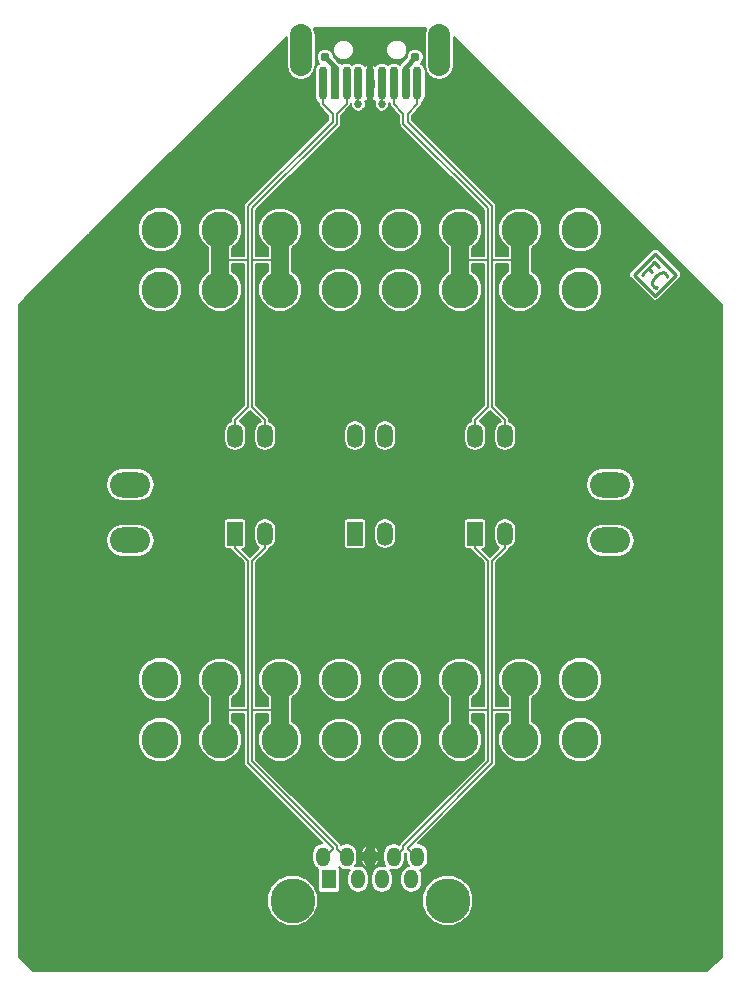
<source format=gtl>
%TF.GenerationSoftware,KiCad,Pcbnew,4.0.1-stable*%
%TF.CreationDate,2016-02-23T23:31:04-05:00*%
%TF.ProjectId,USB Breakout v3.0,55534220427265616B6F75742076332E,3.0.1*%
%TF.FileFunction,Copper,L1,Top,Signal*%
%FSLAX46Y46*%
G04 Gerber Fmt 4.6, Leading zero omitted, Abs format (unit mm)*
G04 Created by KiCad (PCBNEW 4.0.1-stable) date 2016-02-23 23:31:04*
%MOMM*%
G01*
G04 APERTURE LIST*
%ADD10C,0.025400*%
%ADD11C,0.254000*%
%ADD12O,3.400000X2.150000*%
%ADD13R,1.350000X2.025000*%
%ADD14O,1.350000X2.025000*%
%ADD15R,0.740000X2.780000*%
%ADD16O,0.740000X2.780000*%
%ADD17O,1.900000X4.400000*%
%ADD18R,1.200000X1.620000*%
%ADD19O,1.200000X1.620000*%
%ADD20C,3.800000*%
%ADD21C,3.124200*%
%ADD22C,0.787400*%
%ADD23C,0.685800*%
%ADD24C,0.381000*%
%ADD25C,0.152400*%
%ADD26C,1.524000*%
G04 APERTURE END LIST*
D10*
D11*
X54308520Y59965821D02*
X54039112Y60235229D01*
X53474639Y59670756D02*
X54552269Y60748386D01*
X54937138Y60363518D01*
X54731874Y58618783D02*
X54642072Y58605955D01*
X54475295Y58670099D01*
X54398321Y58747073D01*
X54334178Y58913849D01*
X54359835Y59093455D01*
X54423980Y59234573D01*
X54590756Y59478322D01*
X54744703Y59632270D01*
X54988453Y59799045D01*
X55129571Y59863191D01*
X55309177Y59888848D01*
X55475952Y59824703D01*
X55552926Y59747730D01*
X55617071Y59580954D01*
X55604243Y59491151D01*
X54610000Y61486051D02*
X56406051Y59690000D01*
X56406051Y59690000D02*
X54610000Y57893949D01*
X54610000Y57893949D02*
X52813949Y59690000D01*
X52813949Y59690000D02*
X54610000Y61486051D01*
D12*
X10160000Y41910000D03*
X10160000Y37210000D03*
X50800000Y41910000D03*
X50800000Y37210000D03*
D13*
X29210000Y37762500D03*
D14*
X31750000Y37762500D03*
X31750000Y46057500D03*
X29210000Y46057500D03*
D13*
X39370000Y37762500D03*
D14*
X41910000Y37762500D03*
X41910000Y46057500D03*
X39370000Y46057500D03*
D13*
X19050000Y37762500D03*
D14*
X21590000Y37762500D03*
X21590000Y46057500D03*
X19050000Y46057500D03*
D15*
X27480000Y75890000D03*
D16*
X29480000Y75890000D03*
X31480000Y75890000D03*
X33480000Y75890000D03*
X34480000Y75890000D03*
X32480000Y75890000D03*
X30480000Y75890000D03*
X28480000Y75890000D03*
X26480000Y75890000D03*
D17*
X24630000Y78730000D03*
X36330000Y78730000D03*
D18*
X26980000Y8500000D03*
D19*
X29480000Y8500000D03*
X31480000Y8500000D03*
X33980000Y8500000D03*
X34480000Y10420000D03*
X32480000Y10420000D03*
X30480000Y10420000D03*
X28480000Y10420000D03*
X26480000Y10420000D03*
D20*
X37050000Y6710000D03*
X23910000Y6710000D03*
D21*
X12700000Y20320000D03*
X12700000Y25400000D03*
X27940000Y20320000D03*
X27940000Y25400000D03*
X33020000Y20320000D03*
X33020000Y25400000D03*
X48260000Y20320000D03*
X48260000Y25400000D03*
X43180000Y20320000D03*
X43180000Y25400000D03*
X38100000Y20320000D03*
X38100000Y25400000D03*
X22860000Y20320000D03*
X22860000Y25400000D03*
X17780000Y20320000D03*
X17780000Y25400000D03*
X12700000Y58420000D03*
X12700000Y63500000D03*
X27940000Y58420000D03*
X27940000Y63500000D03*
X33020000Y58420000D03*
X33020000Y63500000D03*
X48260000Y58420000D03*
X48260000Y63500000D03*
X43180000Y58420000D03*
X43180000Y63500000D03*
X38100000Y58420000D03*
X38100000Y63500000D03*
X22860000Y58420000D03*
X22860000Y63500000D03*
X17780000Y58420000D03*
X17780000Y63500000D03*
D22*
X26670000Y78105000D03*
D23*
X29480000Y74130000D03*
X31480000Y74130000D03*
D22*
X34290000Y78105000D03*
D24*
X27480000Y77295000D02*
X26670000Y78105000D01*
X27480000Y75890000D02*
X27480000Y77295000D01*
D25*
X29480000Y75890000D02*
X29480000Y74130000D01*
X29480000Y75890000D02*
X29480000Y76910000D01*
X31480000Y75890000D02*
X31480000Y74130000D01*
X31480000Y75890000D02*
X31480000Y76910000D01*
D24*
X33480000Y77295000D02*
X34290000Y78105000D01*
X33480000Y75890000D02*
X33480000Y77295000D01*
D25*
X40817800Y60960000D02*
X40817800Y48499700D01*
X40817800Y65478646D02*
X40817800Y60960000D01*
D26*
X43180000Y58420000D02*
X43180000Y60960000D01*
X43180000Y60960000D02*
X43180000Y63500000D01*
D25*
X40817800Y60960000D02*
X43180000Y60960000D01*
X33657800Y72638646D02*
X40817800Y65478646D01*
X40817800Y48499700D02*
X41910000Y47407500D01*
X41910000Y47407500D02*
X41910000Y45720000D01*
X34480000Y75890000D02*
X34480000Y74130000D01*
X34480000Y74130000D02*
X33657800Y73307800D01*
X33657800Y73307800D02*
X33657800Y72638646D01*
X40462200Y60960000D02*
X40462200Y48499700D01*
X40462200Y65331354D02*
X40462200Y60960000D01*
D26*
X38100000Y60960000D02*
X38100000Y58420000D01*
X38100000Y63500000D02*
X38100000Y60960000D01*
D25*
X40462200Y60960000D02*
X38100000Y60960000D01*
X33302200Y72491354D02*
X40462200Y65331354D01*
X40462200Y48499700D02*
X39370000Y47407500D01*
X39370000Y47407500D02*
X39370000Y45720000D01*
X32480000Y75890000D02*
X32480000Y74130000D01*
X32480000Y74130000D02*
X33302200Y73307800D01*
X33302200Y73307800D02*
X33302200Y72491354D01*
X20497800Y60960000D02*
X20497800Y48499700D01*
D26*
X22860000Y60960000D02*
X22860000Y58420000D01*
D25*
X20497800Y65331354D02*
X20497800Y60960000D01*
D26*
X22860000Y63500000D02*
X22860000Y60960000D01*
D25*
X20497800Y60960000D02*
X22860000Y60960000D01*
X27657800Y72491354D02*
X20497800Y65331354D01*
X21590000Y47407500D02*
X21590000Y45720000D01*
X20497800Y48499700D02*
X21590000Y47407500D01*
X28480000Y74130000D02*
X27657800Y73307800D01*
X28480000Y75890000D02*
X28480000Y74130000D01*
X27657800Y73307800D02*
X27657800Y72491354D01*
X20142200Y60960000D02*
X20142200Y48499700D01*
X20142200Y65478646D02*
X20142200Y60960000D01*
X20142200Y60960000D02*
X17780000Y60960000D01*
D26*
X17780000Y63500000D02*
X17780000Y60960000D01*
X17780000Y60960000D02*
X17780000Y58420000D01*
D25*
X27302200Y72638646D02*
X20142200Y65478646D01*
X20142200Y48499700D02*
X19050000Y47407500D01*
X19050000Y47407500D02*
X19050000Y45720000D01*
X26480000Y75890000D02*
X26480000Y74130000D01*
X26480000Y74130000D02*
X27302200Y73307800D01*
X27302200Y73307800D02*
X27302200Y72638646D01*
X40817800Y22860000D02*
X40817800Y35489050D01*
X40817800Y18341354D02*
X40817800Y22860000D01*
D26*
X43180000Y20320000D02*
X43180000Y22860000D01*
X43180000Y22860000D02*
X43180000Y25400000D01*
D25*
X40817800Y22860000D02*
X43180000Y22860000D01*
X40817800Y35489050D02*
X41910000Y36581250D01*
X33657799Y11181353D02*
X40817800Y18341354D01*
X41910000Y36581250D02*
X41910000Y38100000D01*
X34480000Y10210000D02*
X33657799Y11032201D01*
X33657799Y11032201D02*
X33657799Y11181353D01*
X40462200Y22860000D02*
X40462200Y35489050D01*
X40462200Y18488646D02*
X40462200Y22860000D01*
D26*
X38100000Y25400000D02*
X38100000Y22860000D01*
X38100000Y22860000D02*
X38100000Y20320000D01*
D25*
X40462200Y22860000D02*
X38100000Y22860000D01*
X33302201Y11328647D02*
X40462200Y18488646D01*
X40462200Y35489050D02*
X39370000Y36581250D01*
X39370000Y36581250D02*
X39370000Y38100000D01*
X32480000Y10210000D02*
X33302201Y11032201D01*
X33302201Y11032201D02*
X33302201Y11328647D01*
X20497800Y22860000D02*
X20497800Y35489050D01*
X20497800Y18488646D02*
X20497800Y22860000D01*
D26*
X22860000Y20320000D02*
X22860000Y22860000D01*
X22860000Y22860000D02*
X22860000Y25400000D01*
D25*
X20497800Y22860000D02*
X22860000Y22860000D01*
X27657799Y11032201D02*
X27657799Y11328647D01*
X20497800Y35489050D02*
X21590000Y36581250D01*
X28480000Y10210000D02*
X27657799Y11032201D01*
X27657799Y11328647D02*
X20497800Y18488646D01*
X21590000Y36581250D02*
X21590000Y38100000D01*
X20142200Y22860000D02*
X20142200Y35489050D01*
X20142200Y18341354D02*
X20142200Y22860000D01*
D26*
X17780000Y25400000D02*
X17780000Y22860000D01*
X17780000Y22860000D02*
X17780000Y20320000D01*
D25*
X20142200Y22860000D02*
X17780000Y22860000D01*
X26480000Y10210000D02*
X27302201Y11032201D01*
X27302201Y11032201D02*
X27302201Y11181353D01*
X27302201Y11181353D02*
X20142200Y18341354D01*
X20142200Y35489050D02*
X19050000Y36581250D01*
X19050000Y36581250D02*
X19050000Y38100000D01*
G36*
X35194183Y80499045D02*
X35100600Y80028574D01*
X35100600Y77431426D01*
X35194183Y76960955D01*
X35460683Y76562109D01*
X35859529Y76295609D01*
X36330000Y76202026D01*
X36800471Y76295609D01*
X37199317Y76562109D01*
X37465817Y76960955D01*
X37559400Y77431426D01*
X37559400Y79807836D01*
X60248800Y57118436D01*
X60248800Y1936564D01*
X59023436Y711200D01*
X1936564Y711200D01*
X711200Y1936564D01*
X711200Y6278392D01*
X21730222Y6278392D01*
X22061317Y5477082D01*
X22673857Y4863472D01*
X23474589Y4530979D01*
X24341608Y4530222D01*
X25142918Y4861317D01*
X25756528Y5473857D01*
X26089021Y6274589D01*
X26089024Y6278392D01*
X34870222Y6278392D01*
X35201317Y5477082D01*
X35813857Y4863472D01*
X36614589Y4530979D01*
X37481608Y4530222D01*
X38282918Y4861317D01*
X38896528Y5473857D01*
X39229021Y6274589D01*
X39229778Y7141608D01*
X38898683Y7942918D01*
X38286143Y8556528D01*
X37485411Y8889021D01*
X36618392Y8889778D01*
X35817082Y8558683D01*
X35203472Y7946143D01*
X34870979Y7145411D01*
X34870222Y6278392D01*
X26089024Y6278392D01*
X26089778Y7141608D01*
X25758683Y7942918D01*
X25146143Y8556528D01*
X24345411Y8889021D01*
X23478392Y8889778D01*
X22677082Y8558683D01*
X22063472Y7946143D01*
X21730979Y7145411D01*
X21730222Y6278392D01*
X711200Y6278392D01*
X711200Y19945250D01*
X10807373Y19945250D01*
X11094851Y19249499D01*
X11626699Y18716722D01*
X12321947Y18428030D01*
X13074750Y18427373D01*
X13770501Y18714851D01*
X14303278Y19246699D01*
X14591970Y19941947D01*
X14592627Y20694750D01*
X14305149Y21390501D01*
X13773301Y21923278D01*
X13078053Y22211970D01*
X12325250Y22212627D01*
X11629499Y21925149D01*
X11096722Y21393301D01*
X10808030Y20698053D01*
X10807373Y19945250D01*
X711200Y19945250D01*
X711200Y25025250D01*
X10807373Y25025250D01*
X11094851Y24329499D01*
X11626699Y23796722D01*
X12321947Y23508030D01*
X13074750Y23507373D01*
X13770501Y23794851D01*
X14303278Y24326699D01*
X14591970Y25021947D01*
X14591981Y25035310D01*
X15938181Y25035310D01*
X16217942Y24358237D01*
X16735512Y23839763D01*
X16738600Y23838481D01*
X16738600Y21882208D01*
X16738237Y21882058D01*
X16219763Y21364488D01*
X15938820Y20687904D01*
X15938181Y19955310D01*
X16217942Y19278237D01*
X16735512Y18759763D01*
X17412096Y18478820D01*
X18144690Y18478181D01*
X18821763Y18757942D01*
X19340237Y19275512D01*
X19621180Y19952096D01*
X19621819Y20684690D01*
X19342058Y21361763D01*
X18824488Y21880237D01*
X18821400Y21881519D01*
X18821400Y22504400D01*
X19786600Y22504400D01*
X19786600Y18341354D01*
X19813668Y18205271D01*
X19890753Y18089907D01*
X26411706Y11568953D01*
X26124028Y11511731D01*
X25822249Y11310089D01*
X25620607Y11008310D01*
X25549800Y10652338D01*
X25549800Y10187662D01*
X25620607Y9831690D01*
X25822249Y9529911D01*
X26056207Y9373585D01*
X26043331Y9310000D01*
X26043331Y7690000D01*
X26066356Y7567635D01*
X26138673Y7455251D01*
X26249017Y7379856D01*
X26380000Y7353331D01*
X27580000Y7353331D01*
X27702365Y7376356D01*
X27814749Y7448673D01*
X27890144Y7559017D01*
X27916669Y7690000D01*
X27916669Y9310000D01*
X27893644Y9432365D01*
X27837381Y9519800D01*
X28124028Y9328269D01*
X28480000Y9257462D01*
X28772507Y9315645D01*
X28620607Y9088310D01*
X28549800Y8732338D01*
X28549800Y8267662D01*
X28620607Y7911690D01*
X28822249Y7609911D01*
X29124028Y7408269D01*
X29480000Y7337462D01*
X29835972Y7408269D01*
X30137751Y7609911D01*
X30339393Y7911690D01*
X30410200Y8267662D01*
X30410200Y8732338D01*
X30549800Y8732338D01*
X30549800Y8267662D01*
X30620607Y7911690D01*
X30822249Y7609911D01*
X31124028Y7408269D01*
X31480000Y7337462D01*
X31835972Y7408269D01*
X32137751Y7609911D01*
X32339393Y7911690D01*
X32410200Y8267662D01*
X32410200Y8732338D01*
X32339393Y9088310D01*
X32187493Y9315645D01*
X32480000Y9257462D01*
X32835972Y9328269D01*
X33137751Y9529911D01*
X33339393Y9831690D01*
X33410200Y10187662D01*
X33410200Y10637306D01*
X33480000Y10707106D01*
X33549800Y10637306D01*
X33549800Y10187662D01*
X33620607Y9831690D01*
X33762534Y9619281D01*
X33624028Y9591731D01*
X33322249Y9390089D01*
X33120607Y9088310D01*
X33049800Y8732338D01*
X33049800Y8267662D01*
X33120607Y7911690D01*
X33322249Y7609911D01*
X33624028Y7408269D01*
X33980000Y7337462D01*
X34335972Y7408269D01*
X34637751Y7609911D01*
X34839393Y7911690D01*
X34910200Y8267662D01*
X34910200Y8732338D01*
X34839393Y9088310D01*
X34697466Y9300719D01*
X34835972Y9328269D01*
X35137751Y9529911D01*
X35339393Y9831690D01*
X35410200Y10187662D01*
X35410200Y10652338D01*
X35339393Y11008310D01*
X35137751Y11310089D01*
X34835972Y11511731D01*
X34548294Y11568954D01*
X41069248Y18089907D01*
X41146332Y18205272D01*
X41173400Y18341354D01*
X41173400Y22504400D01*
X42138600Y22504400D01*
X42138600Y21882208D01*
X42138237Y21882058D01*
X41619763Y21364488D01*
X41338820Y20687904D01*
X41338181Y19955310D01*
X41617942Y19278237D01*
X42135512Y18759763D01*
X42812096Y18478820D01*
X43544690Y18478181D01*
X44221763Y18757942D01*
X44740237Y19275512D01*
X45018337Y19945250D01*
X46367373Y19945250D01*
X46654851Y19249499D01*
X47186699Y18716722D01*
X47881947Y18428030D01*
X48634750Y18427373D01*
X49330501Y18714851D01*
X49863278Y19246699D01*
X50151970Y19941947D01*
X50152627Y20694750D01*
X49865149Y21390501D01*
X49333301Y21923278D01*
X48638053Y22211970D01*
X47885250Y22212627D01*
X47189499Y21925149D01*
X46656722Y21393301D01*
X46368030Y20698053D01*
X46367373Y19945250D01*
X45018337Y19945250D01*
X45021180Y19952096D01*
X45021819Y20684690D01*
X44742058Y21361763D01*
X44224488Y21880237D01*
X44221400Y21881519D01*
X44221400Y23837792D01*
X44221763Y23837942D01*
X44740237Y24355512D01*
X45018337Y25025250D01*
X46367373Y25025250D01*
X46654851Y24329499D01*
X47186699Y23796722D01*
X47881947Y23508030D01*
X48634750Y23507373D01*
X49330501Y23794851D01*
X49863278Y24326699D01*
X50151970Y25021947D01*
X50152627Y25774750D01*
X49865149Y26470501D01*
X49333301Y27003278D01*
X48638053Y27291970D01*
X47885250Y27292627D01*
X47189499Y27005149D01*
X46656722Y26473301D01*
X46368030Y25778053D01*
X46367373Y25025250D01*
X45018337Y25025250D01*
X45021180Y25032096D01*
X45021819Y25764690D01*
X44742058Y26441763D01*
X44224488Y26960237D01*
X43547904Y27241180D01*
X42815310Y27241819D01*
X42138237Y26962058D01*
X41619763Y26444488D01*
X41338820Y25767904D01*
X41338181Y25035310D01*
X41617942Y24358237D01*
X42135512Y23839763D01*
X42138600Y23838481D01*
X42138600Y23215600D01*
X41173400Y23215600D01*
X41173400Y35341756D01*
X42161447Y36329803D01*
X42238532Y36445167D01*
X42252091Y36513336D01*
X42275233Y36517939D01*
X42584863Y36724827D01*
X42791751Y37034457D01*
X42826668Y37210000D01*
X48730026Y37210000D01*
X48836990Y36672253D01*
X49141600Y36216374D01*
X49597479Y35911764D01*
X50135226Y35804800D01*
X51464774Y35804800D01*
X52002521Y35911764D01*
X52458400Y36216374D01*
X52763010Y36672253D01*
X52869974Y37210000D01*
X52763010Y37747747D01*
X52458400Y38203626D01*
X52002521Y38508236D01*
X51464774Y38615200D01*
X50135226Y38615200D01*
X49597479Y38508236D01*
X49141600Y38203626D01*
X48836990Y37747747D01*
X48730026Y37210000D01*
X42826668Y37210000D01*
X42864400Y37399690D01*
X42864400Y38125310D01*
X42791751Y38490543D01*
X42584863Y38800173D01*
X42275233Y39007061D01*
X41910000Y39079710D01*
X41544767Y39007061D01*
X41235137Y38800173D01*
X41028249Y38490543D01*
X40955600Y38125310D01*
X40955600Y37399690D01*
X41028249Y37034457D01*
X41235137Y36724827D01*
X41424293Y36598437D01*
X40640000Y35814144D01*
X39989017Y36465127D01*
X40045000Y36465127D01*
X40148539Y36484609D01*
X40243634Y36545801D01*
X40307429Y36639168D01*
X40329873Y36750000D01*
X40329873Y38775000D01*
X40310391Y38878539D01*
X40249199Y38973634D01*
X40155832Y39037429D01*
X40045000Y39059873D01*
X38695000Y39059873D01*
X38591461Y39040391D01*
X38496366Y38979199D01*
X38432571Y38885832D01*
X38410127Y38775000D01*
X38410127Y36750000D01*
X38429609Y36646461D01*
X38490801Y36551366D01*
X38584168Y36487571D01*
X38695000Y36465127D01*
X39037498Y36465127D01*
X39041468Y36445167D01*
X39118553Y36329803D01*
X40106600Y35341756D01*
X40106600Y23215600D01*
X39141400Y23215600D01*
X39141400Y23837792D01*
X39141763Y23837942D01*
X39660237Y24355512D01*
X39941180Y25032096D01*
X39941819Y25764690D01*
X39662058Y26441763D01*
X39144488Y26960237D01*
X38467904Y27241180D01*
X37735310Y27241819D01*
X37058237Y26962058D01*
X36539763Y26444488D01*
X36258820Y25767904D01*
X36258181Y25035310D01*
X36537942Y24358237D01*
X37055512Y23839763D01*
X37058600Y23838481D01*
X37058600Y21882208D01*
X37058237Y21882058D01*
X36539763Y21364488D01*
X36258820Y20687904D01*
X36258181Y19955310D01*
X36537942Y19278237D01*
X37055512Y18759763D01*
X37732096Y18478820D01*
X38464690Y18478181D01*
X39141763Y18757942D01*
X39660237Y19275512D01*
X39941180Y19952096D01*
X39941819Y20684690D01*
X39662058Y21361763D01*
X39144488Y21880237D01*
X39141400Y21881519D01*
X39141400Y22504400D01*
X40106600Y22504400D01*
X40106600Y18635940D01*
X33050754Y11580094D01*
X32973669Y11464730D01*
X32973669Y11464729D01*
X32965767Y11425005D01*
X32835972Y11511731D01*
X32480000Y11582538D01*
X32124028Y11511731D01*
X31822249Y11310089D01*
X31620607Y11008310D01*
X31549800Y10652338D01*
X31549800Y10187662D01*
X31620607Y9831690D01*
X31772507Y9604355D01*
X31480000Y9662538D01*
X31124028Y9591731D01*
X30822249Y9390089D01*
X30620607Y9088310D01*
X30549800Y8732338D01*
X30410200Y8732338D01*
X30339393Y9088310D01*
X30137751Y9390089D01*
X29835972Y9591731D01*
X29480000Y9662538D01*
X29187493Y9604355D01*
X29339393Y9831690D01*
X29371591Y9993563D01*
X29719475Y9993563D01*
X29860193Y9718998D01*
X30067139Y9521032D01*
X30180000Y9519996D01*
X30180000Y10115200D01*
X30780000Y10115200D01*
X30780000Y9519996D01*
X30892861Y9521032D01*
X31099807Y9718998D01*
X31240525Y9993563D01*
X31214220Y10115200D01*
X30780000Y10115200D01*
X30180000Y10115200D01*
X29745780Y10115200D01*
X29719475Y9993563D01*
X29371591Y9993563D01*
X29410200Y10187662D01*
X29410200Y10652338D01*
X29371592Y10846437D01*
X29719475Y10846437D01*
X29745780Y10724800D01*
X30180000Y10724800D01*
X30780000Y10724800D01*
X31214220Y10724800D01*
X31240525Y10846437D01*
X31099807Y11121002D01*
X30892861Y11318968D01*
X30780000Y11320004D01*
X30780000Y10724800D01*
X30180000Y10724800D01*
X30180000Y11320004D01*
X30067139Y11318968D01*
X29860193Y11121002D01*
X29719475Y10846437D01*
X29371592Y10846437D01*
X29339393Y11008310D01*
X29137751Y11310089D01*
X28835972Y11511731D01*
X28480000Y11582538D01*
X28124028Y11511731D01*
X27994233Y11425005D01*
X27986331Y11464729D01*
X27909246Y11580094D01*
X20853400Y18635940D01*
X20853400Y22504400D01*
X21818600Y22504400D01*
X21818600Y21882208D01*
X21818237Y21882058D01*
X21299763Y21364488D01*
X21018820Y20687904D01*
X21018181Y19955310D01*
X21297942Y19278237D01*
X21815512Y18759763D01*
X22492096Y18478820D01*
X23224690Y18478181D01*
X23901763Y18757942D01*
X24420237Y19275512D01*
X24701180Y19952096D01*
X24701182Y19955310D01*
X26098181Y19955310D01*
X26377942Y19278237D01*
X26895512Y18759763D01*
X27572096Y18478820D01*
X28304690Y18478181D01*
X28981763Y18757942D01*
X29500237Y19275512D01*
X29781180Y19952096D01*
X29781182Y19955310D01*
X31178181Y19955310D01*
X31457942Y19278237D01*
X31975512Y18759763D01*
X32652096Y18478820D01*
X33384690Y18478181D01*
X34061763Y18757942D01*
X34580237Y19275512D01*
X34861180Y19952096D01*
X34861819Y20684690D01*
X34582058Y21361763D01*
X34064488Y21880237D01*
X33387904Y22161180D01*
X32655310Y22161819D01*
X31978237Y21882058D01*
X31459763Y21364488D01*
X31178820Y20687904D01*
X31178181Y19955310D01*
X29781182Y19955310D01*
X29781819Y20684690D01*
X29502058Y21361763D01*
X28984488Y21880237D01*
X28307904Y22161180D01*
X27575310Y22161819D01*
X26898237Y21882058D01*
X26379763Y21364488D01*
X26098820Y20687904D01*
X26098181Y19955310D01*
X24701182Y19955310D01*
X24701819Y20684690D01*
X24422058Y21361763D01*
X23904488Y21880237D01*
X23901400Y21881519D01*
X23901400Y23837792D01*
X23901763Y23837942D01*
X24420237Y24355512D01*
X24701180Y25032096D01*
X24701182Y25035310D01*
X26098181Y25035310D01*
X26377942Y24358237D01*
X26895512Y23839763D01*
X27572096Y23558820D01*
X28304690Y23558181D01*
X28981763Y23837942D01*
X29500237Y24355512D01*
X29781180Y25032096D01*
X29781182Y25035310D01*
X31178181Y25035310D01*
X31457942Y24358237D01*
X31975512Y23839763D01*
X32652096Y23558820D01*
X33384690Y23558181D01*
X34061763Y23837942D01*
X34580237Y24355512D01*
X34861180Y25032096D01*
X34861819Y25764690D01*
X34582058Y26441763D01*
X34064488Y26960237D01*
X33387904Y27241180D01*
X32655310Y27241819D01*
X31978237Y26962058D01*
X31459763Y26444488D01*
X31178820Y25767904D01*
X31178181Y25035310D01*
X29781182Y25035310D01*
X29781819Y25764690D01*
X29502058Y26441763D01*
X28984488Y26960237D01*
X28307904Y27241180D01*
X27575310Y27241819D01*
X26898237Y26962058D01*
X26379763Y26444488D01*
X26098820Y25767904D01*
X26098181Y25035310D01*
X24701182Y25035310D01*
X24701819Y25764690D01*
X24422058Y26441763D01*
X23904488Y26960237D01*
X23227904Y27241180D01*
X22495310Y27241819D01*
X21818237Y26962058D01*
X21299763Y26444488D01*
X21018820Y25767904D01*
X21018181Y25035310D01*
X21297942Y24358237D01*
X21815512Y23839763D01*
X21818600Y23838481D01*
X21818600Y23215600D01*
X20853400Y23215600D01*
X20853400Y35341756D01*
X21841447Y36329803D01*
X21918532Y36445167D01*
X21932091Y36513336D01*
X21955233Y36517939D01*
X22264863Y36724827D01*
X22471751Y37034457D01*
X22544400Y37399690D01*
X22544400Y38125310D01*
X22471751Y38490543D01*
X22281684Y38775000D01*
X28250127Y38775000D01*
X28250127Y36750000D01*
X28269609Y36646461D01*
X28330801Y36551366D01*
X28424168Y36487571D01*
X28535000Y36465127D01*
X29885000Y36465127D01*
X29988539Y36484609D01*
X30083634Y36545801D01*
X30147429Y36639168D01*
X30169873Y36750000D01*
X30169873Y38125310D01*
X30795600Y38125310D01*
X30795600Y37399690D01*
X30868249Y37034457D01*
X31075137Y36724827D01*
X31384767Y36517939D01*
X31750000Y36445290D01*
X32115233Y36517939D01*
X32424863Y36724827D01*
X32631751Y37034457D01*
X32704400Y37399690D01*
X32704400Y38125310D01*
X32631751Y38490543D01*
X32424863Y38800173D01*
X32115233Y39007061D01*
X31750000Y39079710D01*
X31384767Y39007061D01*
X31075137Y38800173D01*
X30868249Y38490543D01*
X30795600Y38125310D01*
X30169873Y38125310D01*
X30169873Y38775000D01*
X30150391Y38878539D01*
X30089199Y38973634D01*
X29995832Y39037429D01*
X29885000Y39059873D01*
X28535000Y39059873D01*
X28431461Y39040391D01*
X28336366Y38979199D01*
X28272571Y38885832D01*
X28250127Y38775000D01*
X22281684Y38775000D01*
X22264863Y38800173D01*
X21955233Y39007061D01*
X21590000Y39079710D01*
X21224767Y39007061D01*
X20915137Y38800173D01*
X20708249Y38490543D01*
X20635600Y38125310D01*
X20635600Y37399690D01*
X20708249Y37034457D01*
X20915137Y36724827D01*
X21104293Y36598437D01*
X20320000Y35814144D01*
X19669017Y36465127D01*
X19725000Y36465127D01*
X19828539Y36484609D01*
X19923634Y36545801D01*
X19987429Y36639168D01*
X20009873Y36750000D01*
X20009873Y38775000D01*
X19990391Y38878539D01*
X19929199Y38973634D01*
X19835832Y39037429D01*
X19725000Y39059873D01*
X18375000Y39059873D01*
X18271461Y39040391D01*
X18176366Y38979199D01*
X18112571Y38885832D01*
X18090127Y38775000D01*
X18090127Y36750000D01*
X18109609Y36646461D01*
X18170801Y36551366D01*
X18264168Y36487571D01*
X18375000Y36465127D01*
X18717498Y36465127D01*
X18721468Y36445167D01*
X18798553Y36329803D01*
X19786600Y35341756D01*
X19786600Y23215600D01*
X18821400Y23215600D01*
X18821400Y23837792D01*
X18821763Y23837942D01*
X19340237Y24355512D01*
X19621180Y25032096D01*
X19621819Y25764690D01*
X19342058Y26441763D01*
X18824488Y26960237D01*
X18147904Y27241180D01*
X17415310Y27241819D01*
X16738237Y26962058D01*
X16219763Y26444488D01*
X15938820Y25767904D01*
X15938181Y25035310D01*
X14591981Y25035310D01*
X14592627Y25774750D01*
X14305149Y26470501D01*
X13773301Y27003278D01*
X13078053Y27291970D01*
X12325250Y27292627D01*
X11629499Y27005149D01*
X11096722Y26473301D01*
X10808030Y25778053D01*
X10807373Y25025250D01*
X711200Y25025250D01*
X711200Y37210000D01*
X8090026Y37210000D01*
X8196990Y36672253D01*
X8501600Y36216374D01*
X8957479Y35911764D01*
X9495226Y35804800D01*
X10824774Y35804800D01*
X11362521Y35911764D01*
X11818400Y36216374D01*
X12123010Y36672253D01*
X12229974Y37210000D01*
X12123010Y37747747D01*
X11818400Y38203626D01*
X11362521Y38508236D01*
X10824774Y38615200D01*
X9495226Y38615200D01*
X8957479Y38508236D01*
X8501600Y38203626D01*
X8196990Y37747747D01*
X8090026Y37210000D01*
X711200Y37210000D01*
X711200Y41910000D01*
X8090026Y41910000D01*
X8196990Y41372253D01*
X8501600Y40916374D01*
X8957479Y40611764D01*
X9495226Y40504800D01*
X10824774Y40504800D01*
X11362521Y40611764D01*
X11818400Y40916374D01*
X12123010Y41372253D01*
X12229974Y41910000D01*
X48730026Y41910000D01*
X48836990Y41372253D01*
X49141600Y40916374D01*
X49597479Y40611764D01*
X50135226Y40504800D01*
X51464774Y40504800D01*
X52002521Y40611764D01*
X52458400Y40916374D01*
X52763010Y41372253D01*
X52869974Y41910000D01*
X52763010Y42447747D01*
X52458400Y42903626D01*
X52002521Y43208236D01*
X51464774Y43315200D01*
X50135226Y43315200D01*
X49597479Y43208236D01*
X49141600Y42903626D01*
X48836990Y42447747D01*
X48730026Y41910000D01*
X12229974Y41910000D01*
X12123010Y42447747D01*
X11818400Y42903626D01*
X11362521Y43208236D01*
X10824774Y43315200D01*
X9495226Y43315200D01*
X8957479Y43208236D01*
X8501600Y42903626D01*
X8196990Y42447747D01*
X8090026Y41910000D01*
X711200Y41910000D01*
X711200Y57118436D01*
X1638014Y58045250D01*
X10807373Y58045250D01*
X11094851Y57349499D01*
X11626699Y56816722D01*
X12321947Y56528030D01*
X13074750Y56527373D01*
X13770501Y56814851D01*
X14303278Y57346699D01*
X14591970Y58041947D01*
X14592627Y58794750D01*
X14305149Y59490501D01*
X13773301Y60023278D01*
X13078053Y60311970D01*
X12325250Y60312627D01*
X11629499Y60025149D01*
X11096722Y59493301D01*
X10808030Y58798053D01*
X10807373Y58045250D01*
X1638014Y58045250D01*
X6718014Y63125250D01*
X10807373Y63125250D01*
X11094851Y62429499D01*
X11626699Y61896722D01*
X12321947Y61608030D01*
X13074750Y61607373D01*
X13770501Y61894851D01*
X14303278Y62426699D01*
X14591970Y63121947D01*
X14591981Y63135310D01*
X15938181Y63135310D01*
X16217942Y62458237D01*
X16735512Y61939763D01*
X16738600Y61938481D01*
X16738600Y59982208D01*
X16738237Y59982058D01*
X16219763Y59464488D01*
X15938820Y58787904D01*
X15938181Y58055310D01*
X16217942Y57378237D01*
X16735512Y56859763D01*
X17412096Y56578820D01*
X18144690Y56578181D01*
X18821763Y56857942D01*
X19340237Y57375512D01*
X19621180Y58052096D01*
X19621819Y58784690D01*
X19342058Y59461763D01*
X18824488Y59980237D01*
X18821400Y59981519D01*
X18821400Y60604400D01*
X19786600Y60604400D01*
X19786600Y48646994D01*
X18798553Y47658947D01*
X18721468Y47543583D01*
X18721468Y47543582D01*
X18694400Y47407500D01*
X18694400Y47303977D01*
X18684767Y47302061D01*
X18375137Y47095173D01*
X18168249Y46785543D01*
X18095600Y46420310D01*
X18095600Y45694690D01*
X18168249Y45329457D01*
X18375137Y45019827D01*
X18684767Y44812939D01*
X19050000Y44740290D01*
X19415233Y44812939D01*
X19724863Y45019827D01*
X19931751Y45329457D01*
X20004400Y45694690D01*
X20004400Y46420310D01*
X19931751Y46785543D01*
X19724863Y47095173D01*
X19434549Y47289155D01*
X20320000Y48174606D01*
X21205451Y47289155D01*
X20915137Y47095173D01*
X20708249Y46785543D01*
X20635600Y46420310D01*
X20635600Y45694690D01*
X20708249Y45329457D01*
X20915137Y45019827D01*
X21224767Y44812939D01*
X21590000Y44740290D01*
X21955233Y44812939D01*
X22264863Y45019827D01*
X22471751Y45329457D01*
X22544400Y45694690D01*
X22544400Y46420310D01*
X28255600Y46420310D01*
X28255600Y45694690D01*
X28328249Y45329457D01*
X28535137Y45019827D01*
X28844767Y44812939D01*
X29210000Y44740290D01*
X29575233Y44812939D01*
X29884863Y45019827D01*
X30091751Y45329457D01*
X30164400Y45694690D01*
X30164400Y46420310D01*
X30795600Y46420310D01*
X30795600Y45694690D01*
X30868249Y45329457D01*
X31075137Y45019827D01*
X31384767Y44812939D01*
X31750000Y44740290D01*
X32115233Y44812939D01*
X32424863Y45019827D01*
X32631751Y45329457D01*
X32704400Y45694690D01*
X32704400Y46420310D01*
X32631751Y46785543D01*
X32424863Y47095173D01*
X32115233Y47302061D01*
X31750000Y47374710D01*
X31384767Y47302061D01*
X31075137Y47095173D01*
X30868249Y46785543D01*
X30795600Y46420310D01*
X30164400Y46420310D01*
X30091751Y46785543D01*
X29884863Y47095173D01*
X29575233Y47302061D01*
X29210000Y47374710D01*
X28844767Y47302061D01*
X28535137Y47095173D01*
X28328249Y46785543D01*
X28255600Y46420310D01*
X22544400Y46420310D01*
X22471751Y46785543D01*
X22264863Y47095173D01*
X21955233Y47302061D01*
X21945600Y47303977D01*
X21945600Y47407500D01*
X21918532Y47543582D01*
X21918532Y47543583D01*
X21841447Y47658947D01*
X20853400Y48646994D01*
X20853400Y60604400D01*
X21818600Y60604400D01*
X21818600Y59982208D01*
X21818237Y59982058D01*
X21299763Y59464488D01*
X21018820Y58787904D01*
X21018181Y58055310D01*
X21297942Y57378237D01*
X21815512Y56859763D01*
X22492096Y56578820D01*
X23224690Y56578181D01*
X23901763Y56857942D01*
X24420237Y57375512D01*
X24701180Y58052096D01*
X24701182Y58055310D01*
X26098181Y58055310D01*
X26377942Y57378237D01*
X26895512Y56859763D01*
X27572096Y56578820D01*
X28304690Y56578181D01*
X28981763Y56857942D01*
X29500237Y57375512D01*
X29781180Y58052096D01*
X29781182Y58055310D01*
X31178181Y58055310D01*
X31457942Y57378237D01*
X31975512Y56859763D01*
X32652096Y56578820D01*
X33384690Y56578181D01*
X34061763Y56857942D01*
X34580237Y57375512D01*
X34861180Y58052096D01*
X34861819Y58784690D01*
X34582058Y59461763D01*
X34064488Y59980237D01*
X33387904Y60261180D01*
X32655310Y60261819D01*
X31978237Y59982058D01*
X31459763Y59464488D01*
X31178820Y58787904D01*
X31178181Y58055310D01*
X29781182Y58055310D01*
X29781819Y58784690D01*
X29502058Y59461763D01*
X28984488Y59980237D01*
X28307904Y60261180D01*
X27575310Y60261819D01*
X26898237Y59982058D01*
X26379763Y59464488D01*
X26098820Y58787904D01*
X26098181Y58055310D01*
X24701182Y58055310D01*
X24701819Y58784690D01*
X24422058Y59461763D01*
X23904488Y59980237D01*
X23901400Y59981519D01*
X23901400Y61937792D01*
X23901763Y61937942D01*
X24420237Y62455512D01*
X24701180Y63132096D01*
X24701182Y63135310D01*
X26098181Y63135310D01*
X26377942Y62458237D01*
X26895512Y61939763D01*
X27572096Y61658820D01*
X28304690Y61658181D01*
X28981763Y61937942D01*
X29500237Y62455512D01*
X29781180Y63132096D01*
X29781182Y63135310D01*
X31178181Y63135310D01*
X31457942Y62458237D01*
X31975512Y61939763D01*
X32652096Y61658820D01*
X33384690Y61658181D01*
X34061763Y61937942D01*
X34580237Y62455512D01*
X34861180Y63132096D01*
X34861819Y63864690D01*
X34582058Y64541763D01*
X34064488Y65060237D01*
X33387904Y65341180D01*
X32655310Y65341819D01*
X31978237Y65062058D01*
X31459763Y64544488D01*
X31178820Y63867904D01*
X31178181Y63135310D01*
X29781182Y63135310D01*
X29781819Y63864690D01*
X29502058Y64541763D01*
X28984488Y65060237D01*
X28307904Y65341180D01*
X27575310Y65341819D01*
X26898237Y65062058D01*
X26379763Y64544488D01*
X26098820Y63867904D01*
X26098181Y63135310D01*
X24701182Y63135310D01*
X24701819Y63864690D01*
X24422058Y64541763D01*
X23904488Y65060237D01*
X23227904Y65341180D01*
X22495310Y65341819D01*
X21818237Y65062058D01*
X21299763Y64544488D01*
X21018820Y63867904D01*
X21018181Y63135310D01*
X21297942Y62458237D01*
X21815512Y61939763D01*
X21818600Y61938481D01*
X21818600Y61315600D01*
X20853400Y61315600D01*
X20853400Y65184060D01*
X27909247Y72239907D01*
X27986332Y72355271D01*
X28013400Y72491354D01*
X28013400Y73160506D01*
X28731447Y73878553D01*
X28808531Y73993917D01*
X28808532Y73993918D01*
X28835600Y74130000D01*
X28835600Y74247961D01*
X28862678Y74266054D01*
X28857808Y74254326D01*
X28857592Y74006760D01*
X28952132Y73777956D01*
X29127035Y73602747D01*
X29355674Y73507808D01*
X29603240Y73507592D01*
X29832044Y73602132D01*
X30007253Y73777035D01*
X30102192Y74005674D01*
X30102408Y74253240D01*
X30041753Y74400037D01*
X30067074Y74369047D01*
X30212408Y74363095D01*
X30295000Y74381454D01*
X30295000Y75585200D01*
X30180200Y75585200D01*
X30180200Y76194800D01*
X30295000Y76194800D01*
X30295000Y77398546D01*
X30665000Y77398546D01*
X30665000Y76194800D01*
X30779800Y76194800D01*
X30779800Y75585200D01*
X30665000Y75585200D01*
X30665000Y74381454D01*
X30747592Y74363095D01*
X30892926Y74369047D01*
X30918379Y74400198D01*
X30857808Y74254326D01*
X30857592Y74006760D01*
X30952132Y73777956D01*
X31127035Y73602747D01*
X31355674Y73507808D01*
X31603240Y73507592D01*
X31832044Y73602132D01*
X32007253Y73777035D01*
X32102192Y74005674D01*
X32102408Y74253240D01*
X32097034Y74266247D01*
X32124400Y74247961D01*
X32124400Y74130000D01*
X32151468Y73993917D01*
X32228553Y73878553D01*
X32946600Y73160506D01*
X32946600Y72491354D01*
X32973668Y72355271D01*
X33050753Y72239907D01*
X40106600Y65184060D01*
X40106600Y61315600D01*
X39141400Y61315600D01*
X39141400Y61937792D01*
X39141763Y61937942D01*
X39660237Y62455512D01*
X39941180Y63132096D01*
X39941819Y63864690D01*
X39662058Y64541763D01*
X39144488Y65060237D01*
X38467904Y65341180D01*
X37735310Y65341819D01*
X37058237Y65062058D01*
X36539763Y64544488D01*
X36258820Y63867904D01*
X36258181Y63135310D01*
X36537942Y62458237D01*
X37055512Y61939763D01*
X37058600Y61938481D01*
X37058600Y59982208D01*
X37058237Y59982058D01*
X36539763Y59464488D01*
X36258820Y58787904D01*
X36258181Y58055310D01*
X36537942Y57378237D01*
X37055512Y56859763D01*
X37732096Y56578820D01*
X38464690Y56578181D01*
X39141763Y56857942D01*
X39660237Y57375512D01*
X39941180Y58052096D01*
X39941819Y58784690D01*
X39662058Y59461763D01*
X39144488Y59980237D01*
X39141400Y59981519D01*
X39141400Y60604400D01*
X40106600Y60604400D01*
X40106600Y48646994D01*
X39118553Y47658947D01*
X39041468Y47543583D01*
X39041468Y47543582D01*
X39014400Y47407500D01*
X39014400Y47303977D01*
X39004767Y47302061D01*
X38695137Y47095173D01*
X38488249Y46785543D01*
X38415600Y46420310D01*
X38415600Y45694690D01*
X38488249Y45329457D01*
X38695137Y45019827D01*
X39004767Y44812939D01*
X39370000Y44740290D01*
X39735233Y44812939D01*
X40044863Y45019827D01*
X40251751Y45329457D01*
X40324400Y45694690D01*
X40324400Y46420310D01*
X40251751Y46785543D01*
X40044863Y47095173D01*
X39754549Y47289155D01*
X40640000Y48174606D01*
X41525451Y47289155D01*
X41235137Y47095173D01*
X41028249Y46785543D01*
X40955600Y46420310D01*
X40955600Y45694690D01*
X41028249Y45329457D01*
X41235137Y45019827D01*
X41544767Y44812939D01*
X41910000Y44740290D01*
X42275233Y44812939D01*
X42584863Y45019827D01*
X42791751Y45329457D01*
X42864400Y45694690D01*
X42864400Y46420310D01*
X42791751Y46785543D01*
X42584863Y47095173D01*
X42275233Y47302061D01*
X42265600Y47303977D01*
X42265600Y47407500D01*
X42238532Y47543582D01*
X42238532Y47543583D01*
X42161447Y47658947D01*
X41173400Y48646994D01*
X41173400Y60604400D01*
X42138600Y60604400D01*
X42138600Y59982208D01*
X42138237Y59982058D01*
X41619763Y59464488D01*
X41338820Y58787904D01*
X41338181Y58055310D01*
X41617942Y57378237D01*
X42135512Y56859763D01*
X42812096Y56578820D01*
X43544690Y56578181D01*
X44221763Y56857942D01*
X44740237Y57375512D01*
X45018337Y58045250D01*
X46367373Y58045250D01*
X46654851Y57349499D01*
X47186699Y56816722D01*
X47881947Y56528030D01*
X48634750Y56527373D01*
X49330501Y56814851D01*
X49863278Y57346699D01*
X50151970Y58041947D01*
X50152627Y58794750D01*
X49865149Y59490501D01*
X49665998Y59690000D01*
X52407549Y59690000D01*
X52438484Y59534478D01*
X52526581Y59402632D01*
X54322632Y57606581D01*
X54454478Y57518484D01*
X54610000Y57487549D01*
X54765523Y57518484D01*
X54897368Y57606581D01*
X56693419Y59402632D01*
X56781516Y59534477D01*
X56812451Y59690000D01*
X56781516Y59845522D01*
X56781516Y59845523D01*
X56693419Y59977368D01*
X54897368Y61773419D01*
X54765523Y61861516D01*
X54610000Y61892451D01*
X54454478Y61861516D01*
X54322632Y61773419D01*
X52526581Y59977368D01*
X52438484Y59845522D01*
X52407549Y59690000D01*
X49665998Y59690000D01*
X49333301Y60023278D01*
X48638053Y60311970D01*
X47885250Y60312627D01*
X47189499Y60025149D01*
X46656722Y59493301D01*
X46368030Y58798053D01*
X46367373Y58045250D01*
X45018337Y58045250D01*
X45021180Y58052096D01*
X45021819Y58784690D01*
X44742058Y59461763D01*
X44224488Y59980237D01*
X44221400Y59981519D01*
X44221400Y61937792D01*
X44221763Y61937942D01*
X44740237Y62455512D01*
X45018337Y63125250D01*
X46367373Y63125250D01*
X46654851Y62429499D01*
X47186699Y61896722D01*
X47881947Y61608030D01*
X48634750Y61607373D01*
X49330501Y61894851D01*
X49863278Y62426699D01*
X50151970Y63121947D01*
X50152627Y63874750D01*
X49865149Y64570501D01*
X49333301Y65103278D01*
X48638053Y65391970D01*
X47885250Y65392627D01*
X47189499Y65105149D01*
X46656722Y64573301D01*
X46368030Y63878053D01*
X46367373Y63125250D01*
X45018337Y63125250D01*
X45021180Y63132096D01*
X45021819Y63864690D01*
X44742058Y64541763D01*
X44224488Y65060237D01*
X43547904Y65341180D01*
X42815310Y65341819D01*
X42138237Y65062058D01*
X41619763Y64544488D01*
X41338820Y63867904D01*
X41338181Y63135310D01*
X41617942Y62458237D01*
X42135512Y61939763D01*
X42138600Y61938481D01*
X42138600Y61315600D01*
X41173400Y61315600D01*
X41173400Y65478646D01*
X41146332Y65614728D01*
X41146332Y65614729D01*
X41069247Y65730093D01*
X34013400Y72785940D01*
X34013400Y73160506D01*
X34731447Y73878553D01*
X34808531Y73993917D01*
X34808532Y73993918D01*
X34835600Y74130000D01*
X34835600Y74247961D01*
X34975116Y74341183D01*
X35126900Y74568344D01*
X35180200Y74836299D01*
X35180200Y76943701D01*
X35126900Y77211656D01*
X34975116Y77438817D01*
X34778740Y77570031D01*
X34903335Y77694408D01*
X35013774Y77960376D01*
X35014025Y78248361D01*
X34904050Y78514521D01*
X34700592Y78718335D01*
X34434624Y78828774D01*
X34146639Y78829025D01*
X33880479Y78719050D01*
X33676665Y78515592D01*
X33566226Y78249624D01*
X33566111Y78117492D01*
X33111809Y77663191D01*
X32998936Y77494263D01*
X32988370Y77441146D01*
X32984884Y77438817D01*
X32980000Y77431508D01*
X32975116Y77438817D01*
X32747955Y77590601D01*
X32480000Y77643901D01*
X32212045Y77590601D01*
X31984884Y77438817D01*
X31980000Y77431508D01*
X31975116Y77438817D01*
X31747955Y77590601D01*
X31480000Y77643901D01*
X31212045Y77590601D01*
X30984884Y77438817D01*
X30933272Y77361575D01*
X30892926Y77410953D01*
X30747592Y77416905D01*
X30665000Y77398546D01*
X30295000Y77398546D01*
X30212408Y77416905D01*
X30067074Y77410953D01*
X30026728Y77361575D01*
X29975116Y77438817D01*
X29747955Y77590601D01*
X29480000Y77643901D01*
X29212045Y77590601D01*
X28984884Y77438817D01*
X28980000Y77431508D01*
X28975116Y77438817D01*
X28747955Y77590601D01*
X28480000Y77643901D01*
X28212045Y77590601D01*
X28093491Y77511386D01*
X28091327Y77514749D01*
X27980983Y77590144D01*
X27883857Y77609813D01*
X27848191Y77663191D01*
X27848188Y77663193D01*
X27393911Y78117471D01*
X27394025Y78248361D01*
X27284050Y78514521D01*
X27242800Y78555844D01*
X27350448Y78555844D01*
X27484047Y78232511D01*
X27731210Y77984916D01*
X28054309Y77850753D01*
X28404156Y77850448D01*
X28727489Y77984047D01*
X28975084Y78231210D01*
X29109247Y78554309D01*
X29109248Y78555844D01*
X31850448Y78555844D01*
X31984047Y78232511D01*
X32231210Y77984916D01*
X32554309Y77850753D01*
X32904156Y77850448D01*
X33227489Y77984047D01*
X33475084Y78231210D01*
X33609247Y78554309D01*
X33609552Y78904156D01*
X33475953Y79227489D01*
X33228790Y79475084D01*
X32905691Y79609247D01*
X32555844Y79609552D01*
X32232511Y79475953D01*
X31984916Y79228790D01*
X31850753Y78905691D01*
X31850448Y78555844D01*
X29109248Y78555844D01*
X29109552Y78904156D01*
X28975953Y79227489D01*
X28728790Y79475084D01*
X28405691Y79609247D01*
X28055844Y79609552D01*
X27732511Y79475953D01*
X27484916Y79228790D01*
X27350753Y78905691D01*
X27350448Y78555844D01*
X27242800Y78555844D01*
X27080592Y78718335D01*
X26814624Y78828774D01*
X26526639Y78829025D01*
X26260479Y78719050D01*
X26056665Y78515592D01*
X25946226Y78249624D01*
X25945975Y77961639D01*
X26055950Y77695479D01*
X26181211Y77569999D01*
X25984884Y77438817D01*
X25833100Y77211656D01*
X25779800Y76943701D01*
X25779800Y74836299D01*
X25833100Y74568344D01*
X25984884Y74341183D01*
X26124400Y74247961D01*
X26124400Y74130000D01*
X26151468Y73993917D01*
X26228553Y73878553D01*
X26946600Y73160506D01*
X26946600Y72785940D01*
X19890753Y65730093D01*
X19813668Y65614729D01*
X19813668Y65614728D01*
X19786600Y65478646D01*
X19786600Y61315600D01*
X18821400Y61315600D01*
X18821400Y61937792D01*
X18821763Y61937942D01*
X19340237Y62455512D01*
X19621180Y63132096D01*
X19621819Y63864690D01*
X19342058Y64541763D01*
X18824488Y65060237D01*
X18147904Y65341180D01*
X17415310Y65341819D01*
X16738237Y65062058D01*
X16219763Y64544488D01*
X15938820Y63867904D01*
X15938181Y63135310D01*
X14591981Y63135310D01*
X14592627Y63874750D01*
X14305149Y64570501D01*
X13773301Y65103278D01*
X13078053Y65391970D01*
X12325250Y65392627D01*
X11629499Y65105149D01*
X11096722Y64573301D01*
X10808030Y63878053D01*
X10807373Y63125250D01*
X6718014Y63125250D01*
X23400600Y79807836D01*
X23400600Y77431426D01*
X23494183Y76960955D01*
X23760683Y76562109D01*
X24159529Y76295609D01*
X24630000Y76202026D01*
X25100471Y76295609D01*
X25499317Y76562109D01*
X25765817Y76960955D01*
X25859400Y77431426D01*
X25859400Y80028574D01*
X25765817Y80499045D01*
X25719208Y80568800D01*
X35240792Y80568800D01*
X35194183Y80499045D01*
X35194183Y80499045D01*
G37*
X35194183Y80499045D02*
X35100600Y80028574D01*
X35100600Y77431426D01*
X35194183Y76960955D01*
X35460683Y76562109D01*
X35859529Y76295609D01*
X36330000Y76202026D01*
X36800471Y76295609D01*
X37199317Y76562109D01*
X37465817Y76960955D01*
X37559400Y77431426D01*
X37559400Y79807836D01*
X60248800Y57118436D01*
X60248800Y1936564D01*
X59023436Y711200D01*
X1936564Y711200D01*
X711200Y1936564D01*
X711200Y6278392D01*
X21730222Y6278392D01*
X22061317Y5477082D01*
X22673857Y4863472D01*
X23474589Y4530979D01*
X24341608Y4530222D01*
X25142918Y4861317D01*
X25756528Y5473857D01*
X26089021Y6274589D01*
X26089024Y6278392D01*
X34870222Y6278392D01*
X35201317Y5477082D01*
X35813857Y4863472D01*
X36614589Y4530979D01*
X37481608Y4530222D01*
X38282918Y4861317D01*
X38896528Y5473857D01*
X39229021Y6274589D01*
X39229778Y7141608D01*
X38898683Y7942918D01*
X38286143Y8556528D01*
X37485411Y8889021D01*
X36618392Y8889778D01*
X35817082Y8558683D01*
X35203472Y7946143D01*
X34870979Y7145411D01*
X34870222Y6278392D01*
X26089024Y6278392D01*
X26089778Y7141608D01*
X25758683Y7942918D01*
X25146143Y8556528D01*
X24345411Y8889021D01*
X23478392Y8889778D01*
X22677082Y8558683D01*
X22063472Y7946143D01*
X21730979Y7145411D01*
X21730222Y6278392D01*
X711200Y6278392D01*
X711200Y19945250D01*
X10807373Y19945250D01*
X11094851Y19249499D01*
X11626699Y18716722D01*
X12321947Y18428030D01*
X13074750Y18427373D01*
X13770501Y18714851D01*
X14303278Y19246699D01*
X14591970Y19941947D01*
X14592627Y20694750D01*
X14305149Y21390501D01*
X13773301Y21923278D01*
X13078053Y22211970D01*
X12325250Y22212627D01*
X11629499Y21925149D01*
X11096722Y21393301D01*
X10808030Y20698053D01*
X10807373Y19945250D01*
X711200Y19945250D01*
X711200Y25025250D01*
X10807373Y25025250D01*
X11094851Y24329499D01*
X11626699Y23796722D01*
X12321947Y23508030D01*
X13074750Y23507373D01*
X13770501Y23794851D01*
X14303278Y24326699D01*
X14591970Y25021947D01*
X14591981Y25035310D01*
X15938181Y25035310D01*
X16217942Y24358237D01*
X16735512Y23839763D01*
X16738600Y23838481D01*
X16738600Y21882208D01*
X16738237Y21882058D01*
X16219763Y21364488D01*
X15938820Y20687904D01*
X15938181Y19955310D01*
X16217942Y19278237D01*
X16735512Y18759763D01*
X17412096Y18478820D01*
X18144690Y18478181D01*
X18821763Y18757942D01*
X19340237Y19275512D01*
X19621180Y19952096D01*
X19621819Y20684690D01*
X19342058Y21361763D01*
X18824488Y21880237D01*
X18821400Y21881519D01*
X18821400Y22504400D01*
X19786600Y22504400D01*
X19786600Y18341354D01*
X19813668Y18205271D01*
X19890753Y18089907D01*
X26411706Y11568953D01*
X26124028Y11511731D01*
X25822249Y11310089D01*
X25620607Y11008310D01*
X25549800Y10652338D01*
X25549800Y10187662D01*
X25620607Y9831690D01*
X25822249Y9529911D01*
X26056207Y9373585D01*
X26043331Y9310000D01*
X26043331Y7690000D01*
X26066356Y7567635D01*
X26138673Y7455251D01*
X26249017Y7379856D01*
X26380000Y7353331D01*
X27580000Y7353331D01*
X27702365Y7376356D01*
X27814749Y7448673D01*
X27890144Y7559017D01*
X27916669Y7690000D01*
X27916669Y9310000D01*
X27893644Y9432365D01*
X27837381Y9519800D01*
X28124028Y9328269D01*
X28480000Y9257462D01*
X28772507Y9315645D01*
X28620607Y9088310D01*
X28549800Y8732338D01*
X28549800Y8267662D01*
X28620607Y7911690D01*
X28822249Y7609911D01*
X29124028Y7408269D01*
X29480000Y7337462D01*
X29835972Y7408269D01*
X30137751Y7609911D01*
X30339393Y7911690D01*
X30410200Y8267662D01*
X30410200Y8732338D01*
X30549800Y8732338D01*
X30549800Y8267662D01*
X30620607Y7911690D01*
X30822249Y7609911D01*
X31124028Y7408269D01*
X31480000Y7337462D01*
X31835972Y7408269D01*
X32137751Y7609911D01*
X32339393Y7911690D01*
X32410200Y8267662D01*
X32410200Y8732338D01*
X32339393Y9088310D01*
X32187493Y9315645D01*
X32480000Y9257462D01*
X32835972Y9328269D01*
X33137751Y9529911D01*
X33339393Y9831690D01*
X33410200Y10187662D01*
X33410200Y10637306D01*
X33480000Y10707106D01*
X33549800Y10637306D01*
X33549800Y10187662D01*
X33620607Y9831690D01*
X33762534Y9619281D01*
X33624028Y9591731D01*
X33322249Y9390089D01*
X33120607Y9088310D01*
X33049800Y8732338D01*
X33049800Y8267662D01*
X33120607Y7911690D01*
X33322249Y7609911D01*
X33624028Y7408269D01*
X33980000Y7337462D01*
X34335972Y7408269D01*
X34637751Y7609911D01*
X34839393Y7911690D01*
X34910200Y8267662D01*
X34910200Y8732338D01*
X34839393Y9088310D01*
X34697466Y9300719D01*
X34835972Y9328269D01*
X35137751Y9529911D01*
X35339393Y9831690D01*
X35410200Y10187662D01*
X35410200Y10652338D01*
X35339393Y11008310D01*
X35137751Y11310089D01*
X34835972Y11511731D01*
X34548294Y11568954D01*
X41069248Y18089907D01*
X41146332Y18205272D01*
X41173400Y18341354D01*
X41173400Y22504400D01*
X42138600Y22504400D01*
X42138600Y21882208D01*
X42138237Y21882058D01*
X41619763Y21364488D01*
X41338820Y20687904D01*
X41338181Y19955310D01*
X41617942Y19278237D01*
X42135512Y18759763D01*
X42812096Y18478820D01*
X43544690Y18478181D01*
X44221763Y18757942D01*
X44740237Y19275512D01*
X45018337Y19945250D01*
X46367373Y19945250D01*
X46654851Y19249499D01*
X47186699Y18716722D01*
X47881947Y18428030D01*
X48634750Y18427373D01*
X49330501Y18714851D01*
X49863278Y19246699D01*
X50151970Y19941947D01*
X50152627Y20694750D01*
X49865149Y21390501D01*
X49333301Y21923278D01*
X48638053Y22211970D01*
X47885250Y22212627D01*
X47189499Y21925149D01*
X46656722Y21393301D01*
X46368030Y20698053D01*
X46367373Y19945250D01*
X45018337Y19945250D01*
X45021180Y19952096D01*
X45021819Y20684690D01*
X44742058Y21361763D01*
X44224488Y21880237D01*
X44221400Y21881519D01*
X44221400Y23837792D01*
X44221763Y23837942D01*
X44740237Y24355512D01*
X45018337Y25025250D01*
X46367373Y25025250D01*
X46654851Y24329499D01*
X47186699Y23796722D01*
X47881947Y23508030D01*
X48634750Y23507373D01*
X49330501Y23794851D01*
X49863278Y24326699D01*
X50151970Y25021947D01*
X50152627Y25774750D01*
X49865149Y26470501D01*
X49333301Y27003278D01*
X48638053Y27291970D01*
X47885250Y27292627D01*
X47189499Y27005149D01*
X46656722Y26473301D01*
X46368030Y25778053D01*
X46367373Y25025250D01*
X45018337Y25025250D01*
X45021180Y25032096D01*
X45021819Y25764690D01*
X44742058Y26441763D01*
X44224488Y26960237D01*
X43547904Y27241180D01*
X42815310Y27241819D01*
X42138237Y26962058D01*
X41619763Y26444488D01*
X41338820Y25767904D01*
X41338181Y25035310D01*
X41617942Y24358237D01*
X42135512Y23839763D01*
X42138600Y23838481D01*
X42138600Y23215600D01*
X41173400Y23215600D01*
X41173400Y35341756D01*
X42161447Y36329803D01*
X42238532Y36445167D01*
X42252091Y36513336D01*
X42275233Y36517939D01*
X42584863Y36724827D01*
X42791751Y37034457D01*
X42826668Y37210000D01*
X48730026Y37210000D01*
X48836990Y36672253D01*
X49141600Y36216374D01*
X49597479Y35911764D01*
X50135226Y35804800D01*
X51464774Y35804800D01*
X52002521Y35911764D01*
X52458400Y36216374D01*
X52763010Y36672253D01*
X52869974Y37210000D01*
X52763010Y37747747D01*
X52458400Y38203626D01*
X52002521Y38508236D01*
X51464774Y38615200D01*
X50135226Y38615200D01*
X49597479Y38508236D01*
X49141600Y38203626D01*
X48836990Y37747747D01*
X48730026Y37210000D01*
X42826668Y37210000D01*
X42864400Y37399690D01*
X42864400Y38125310D01*
X42791751Y38490543D01*
X42584863Y38800173D01*
X42275233Y39007061D01*
X41910000Y39079710D01*
X41544767Y39007061D01*
X41235137Y38800173D01*
X41028249Y38490543D01*
X40955600Y38125310D01*
X40955600Y37399690D01*
X41028249Y37034457D01*
X41235137Y36724827D01*
X41424293Y36598437D01*
X40640000Y35814144D01*
X39989017Y36465127D01*
X40045000Y36465127D01*
X40148539Y36484609D01*
X40243634Y36545801D01*
X40307429Y36639168D01*
X40329873Y36750000D01*
X40329873Y38775000D01*
X40310391Y38878539D01*
X40249199Y38973634D01*
X40155832Y39037429D01*
X40045000Y39059873D01*
X38695000Y39059873D01*
X38591461Y39040391D01*
X38496366Y38979199D01*
X38432571Y38885832D01*
X38410127Y38775000D01*
X38410127Y36750000D01*
X38429609Y36646461D01*
X38490801Y36551366D01*
X38584168Y36487571D01*
X38695000Y36465127D01*
X39037498Y36465127D01*
X39041468Y36445167D01*
X39118553Y36329803D01*
X40106600Y35341756D01*
X40106600Y23215600D01*
X39141400Y23215600D01*
X39141400Y23837792D01*
X39141763Y23837942D01*
X39660237Y24355512D01*
X39941180Y25032096D01*
X39941819Y25764690D01*
X39662058Y26441763D01*
X39144488Y26960237D01*
X38467904Y27241180D01*
X37735310Y27241819D01*
X37058237Y26962058D01*
X36539763Y26444488D01*
X36258820Y25767904D01*
X36258181Y25035310D01*
X36537942Y24358237D01*
X37055512Y23839763D01*
X37058600Y23838481D01*
X37058600Y21882208D01*
X37058237Y21882058D01*
X36539763Y21364488D01*
X36258820Y20687904D01*
X36258181Y19955310D01*
X36537942Y19278237D01*
X37055512Y18759763D01*
X37732096Y18478820D01*
X38464690Y18478181D01*
X39141763Y18757942D01*
X39660237Y19275512D01*
X39941180Y19952096D01*
X39941819Y20684690D01*
X39662058Y21361763D01*
X39144488Y21880237D01*
X39141400Y21881519D01*
X39141400Y22504400D01*
X40106600Y22504400D01*
X40106600Y18635940D01*
X33050754Y11580094D01*
X32973669Y11464730D01*
X32973669Y11464729D01*
X32965767Y11425005D01*
X32835972Y11511731D01*
X32480000Y11582538D01*
X32124028Y11511731D01*
X31822249Y11310089D01*
X31620607Y11008310D01*
X31549800Y10652338D01*
X31549800Y10187662D01*
X31620607Y9831690D01*
X31772507Y9604355D01*
X31480000Y9662538D01*
X31124028Y9591731D01*
X30822249Y9390089D01*
X30620607Y9088310D01*
X30549800Y8732338D01*
X30410200Y8732338D01*
X30339393Y9088310D01*
X30137751Y9390089D01*
X29835972Y9591731D01*
X29480000Y9662538D01*
X29187493Y9604355D01*
X29339393Y9831690D01*
X29371591Y9993563D01*
X29719475Y9993563D01*
X29860193Y9718998D01*
X30067139Y9521032D01*
X30180000Y9519996D01*
X30180000Y10115200D01*
X30780000Y10115200D01*
X30780000Y9519996D01*
X30892861Y9521032D01*
X31099807Y9718998D01*
X31240525Y9993563D01*
X31214220Y10115200D01*
X30780000Y10115200D01*
X30180000Y10115200D01*
X29745780Y10115200D01*
X29719475Y9993563D01*
X29371591Y9993563D01*
X29410200Y10187662D01*
X29410200Y10652338D01*
X29371592Y10846437D01*
X29719475Y10846437D01*
X29745780Y10724800D01*
X30180000Y10724800D01*
X30780000Y10724800D01*
X31214220Y10724800D01*
X31240525Y10846437D01*
X31099807Y11121002D01*
X30892861Y11318968D01*
X30780000Y11320004D01*
X30780000Y10724800D01*
X30180000Y10724800D01*
X30180000Y11320004D01*
X30067139Y11318968D01*
X29860193Y11121002D01*
X29719475Y10846437D01*
X29371592Y10846437D01*
X29339393Y11008310D01*
X29137751Y11310089D01*
X28835972Y11511731D01*
X28480000Y11582538D01*
X28124028Y11511731D01*
X27994233Y11425005D01*
X27986331Y11464729D01*
X27909246Y11580094D01*
X20853400Y18635940D01*
X20853400Y22504400D01*
X21818600Y22504400D01*
X21818600Y21882208D01*
X21818237Y21882058D01*
X21299763Y21364488D01*
X21018820Y20687904D01*
X21018181Y19955310D01*
X21297942Y19278237D01*
X21815512Y18759763D01*
X22492096Y18478820D01*
X23224690Y18478181D01*
X23901763Y18757942D01*
X24420237Y19275512D01*
X24701180Y19952096D01*
X24701182Y19955310D01*
X26098181Y19955310D01*
X26377942Y19278237D01*
X26895512Y18759763D01*
X27572096Y18478820D01*
X28304690Y18478181D01*
X28981763Y18757942D01*
X29500237Y19275512D01*
X29781180Y19952096D01*
X29781182Y19955310D01*
X31178181Y19955310D01*
X31457942Y19278237D01*
X31975512Y18759763D01*
X32652096Y18478820D01*
X33384690Y18478181D01*
X34061763Y18757942D01*
X34580237Y19275512D01*
X34861180Y19952096D01*
X34861819Y20684690D01*
X34582058Y21361763D01*
X34064488Y21880237D01*
X33387904Y22161180D01*
X32655310Y22161819D01*
X31978237Y21882058D01*
X31459763Y21364488D01*
X31178820Y20687904D01*
X31178181Y19955310D01*
X29781182Y19955310D01*
X29781819Y20684690D01*
X29502058Y21361763D01*
X28984488Y21880237D01*
X28307904Y22161180D01*
X27575310Y22161819D01*
X26898237Y21882058D01*
X26379763Y21364488D01*
X26098820Y20687904D01*
X26098181Y19955310D01*
X24701182Y19955310D01*
X24701819Y20684690D01*
X24422058Y21361763D01*
X23904488Y21880237D01*
X23901400Y21881519D01*
X23901400Y23837792D01*
X23901763Y23837942D01*
X24420237Y24355512D01*
X24701180Y25032096D01*
X24701182Y25035310D01*
X26098181Y25035310D01*
X26377942Y24358237D01*
X26895512Y23839763D01*
X27572096Y23558820D01*
X28304690Y23558181D01*
X28981763Y23837942D01*
X29500237Y24355512D01*
X29781180Y25032096D01*
X29781182Y25035310D01*
X31178181Y25035310D01*
X31457942Y24358237D01*
X31975512Y23839763D01*
X32652096Y23558820D01*
X33384690Y23558181D01*
X34061763Y23837942D01*
X34580237Y24355512D01*
X34861180Y25032096D01*
X34861819Y25764690D01*
X34582058Y26441763D01*
X34064488Y26960237D01*
X33387904Y27241180D01*
X32655310Y27241819D01*
X31978237Y26962058D01*
X31459763Y26444488D01*
X31178820Y25767904D01*
X31178181Y25035310D01*
X29781182Y25035310D01*
X29781819Y25764690D01*
X29502058Y26441763D01*
X28984488Y26960237D01*
X28307904Y27241180D01*
X27575310Y27241819D01*
X26898237Y26962058D01*
X26379763Y26444488D01*
X26098820Y25767904D01*
X26098181Y25035310D01*
X24701182Y25035310D01*
X24701819Y25764690D01*
X24422058Y26441763D01*
X23904488Y26960237D01*
X23227904Y27241180D01*
X22495310Y27241819D01*
X21818237Y26962058D01*
X21299763Y26444488D01*
X21018820Y25767904D01*
X21018181Y25035310D01*
X21297942Y24358237D01*
X21815512Y23839763D01*
X21818600Y23838481D01*
X21818600Y23215600D01*
X20853400Y23215600D01*
X20853400Y35341756D01*
X21841447Y36329803D01*
X21918532Y36445167D01*
X21932091Y36513336D01*
X21955233Y36517939D01*
X22264863Y36724827D01*
X22471751Y37034457D01*
X22544400Y37399690D01*
X22544400Y38125310D01*
X22471751Y38490543D01*
X22281684Y38775000D01*
X28250127Y38775000D01*
X28250127Y36750000D01*
X28269609Y36646461D01*
X28330801Y36551366D01*
X28424168Y36487571D01*
X28535000Y36465127D01*
X29885000Y36465127D01*
X29988539Y36484609D01*
X30083634Y36545801D01*
X30147429Y36639168D01*
X30169873Y36750000D01*
X30169873Y38125310D01*
X30795600Y38125310D01*
X30795600Y37399690D01*
X30868249Y37034457D01*
X31075137Y36724827D01*
X31384767Y36517939D01*
X31750000Y36445290D01*
X32115233Y36517939D01*
X32424863Y36724827D01*
X32631751Y37034457D01*
X32704400Y37399690D01*
X32704400Y38125310D01*
X32631751Y38490543D01*
X32424863Y38800173D01*
X32115233Y39007061D01*
X31750000Y39079710D01*
X31384767Y39007061D01*
X31075137Y38800173D01*
X30868249Y38490543D01*
X30795600Y38125310D01*
X30169873Y38125310D01*
X30169873Y38775000D01*
X30150391Y38878539D01*
X30089199Y38973634D01*
X29995832Y39037429D01*
X29885000Y39059873D01*
X28535000Y39059873D01*
X28431461Y39040391D01*
X28336366Y38979199D01*
X28272571Y38885832D01*
X28250127Y38775000D01*
X22281684Y38775000D01*
X22264863Y38800173D01*
X21955233Y39007061D01*
X21590000Y39079710D01*
X21224767Y39007061D01*
X20915137Y38800173D01*
X20708249Y38490543D01*
X20635600Y38125310D01*
X20635600Y37399690D01*
X20708249Y37034457D01*
X20915137Y36724827D01*
X21104293Y36598437D01*
X20320000Y35814144D01*
X19669017Y36465127D01*
X19725000Y36465127D01*
X19828539Y36484609D01*
X19923634Y36545801D01*
X19987429Y36639168D01*
X20009873Y36750000D01*
X20009873Y38775000D01*
X19990391Y38878539D01*
X19929199Y38973634D01*
X19835832Y39037429D01*
X19725000Y39059873D01*
X18375000Y39059873D01*
X18271461Y39040391D01*
X18176366Y38979199D01*
X18112571Y38885832D01*
X18090127Y38775000D01*
X18090127Y36750000D01*
X18109609Y36646461D01*
X18170801Y36551366D01*
X18264168Y36487571D01*
X18375000Y36465127D01*
X18717498Y36465127D01*
X18721468Y36445167D01*
X18798553Y36329803D01*
X19786600Y35341756D01*
X19786600Y23215600D01*
X18821400Y23215600D01*
X18821400Y23837792D01*
X18821763Y23837942D01*
X19340237Y24355512D01*
X19621180Y25032096D01*
X19621819Y25764690D01*
X19342058Y26441763D01*
X18824488Y26960237D01*
X18147904Y27241180D01*
X17415310Y27241819D01*
X16738237Y26962058D01*
X16219763Y26444488D01*
X15938820Y25767904D01*
X15938181Y25035310D01*
X14591981Y25035310D01*
X14592627Y25774750D01*
X14305149Y26470501D01*
X13773301Y27003278D01*
X13078053Y27291970D01*
X12325250Y27292627D01*
X11629499Y27005149D01*
X11096722Y26473301D01*
X10808030Y25778053D01*
X10807373Y25025250D01*
X711200Y25025250D01*
X711200Y37210000D01*
X8090026Y37210000D01*
X8196990Y36672253D01*
X8501600Y36216374D01*
X8957479Y35911764D01*
X9495226Y35804800D01*
X10824774Y35804800D01*
X11362521Y35911764D01*
X11818400Y36216374D01*
X12123010Y36672253D01*
X12229974Y37210000D01*
X12123010Y37747747D01*
X11818400Y38203626D01*
X11362521Y38508236D01*
X10824774Y38615200D01*
X9495226Y38615200D01*
X8957479Y38508236D01*
X8501600Y38203626D01*
X8196990Y37747747D01*
X8090026Y37210000D01*
X711200Y37210000D01*
X711200Y41910000D01*
X8090026Y41910000D01*
X8196990Y41372253D01*
X8501600Y40916374D01*
X8957479Y40611764D01*
X9495226Y40504800D01*
X10824774Y40504800D01*
X11362521Y40611764D01*
X11818400Y40916374D01*
X12123010Y41372253D01*
X12229974Y41910000D01*
X48730026Y41910000D01*
X48836990Y41372253D01*
X49141600Y40916374D01*
X49597479Y40611764D01*
X50135226Y40504800D01*
X51464774Y40504800D01*
X52002521Y40611764D01*
X52458400Y40916374D01*
X52763010Y41372253D01*
X52869974Y41910000D01*
X52763010Y42447747D01*
X52458400Y42903626D01*
X52002521Y43208236D01*
X51464774Y43315200D01*
X50135226Y43315200D01*
X49597479Y43208236D01*
X49141600Y42903626D01*
X48836990Y42447747D01*
X48730026Y41910000D01*
X12229974Y41910000D01*
X12123010Y42447747D01*
X11818400Y42903626D01*
X11362521Y43208236D01*
X10824774Y43315200D01*
X9495226Y43315200D01*
X8957479Y43208236D01*
X8501600Y42903626D01*
X8196990Y42447747D01*
X8090026Y41910000D01*
X711200Y41910000D01*
X711200Y57118436D01*
X1638014Y58045250D01*
X10807373Y58045250D01*
X11094851Y57349499D01*
X11626699Y56816722D01*
X12321947Y56528030D01*
X13074750Y56527373D01*
X13770501Y56814851D01*
X14303278Y57346699D01*
X14591970Y58041947D01*
X14592627Y58794750D01*
X14305149Y59490501D01*
X13773301Y60023278D01*
X13078053Y60311970D01*
X12325250Y60312627D01*
X11629499Y60025149D01*
X11096722Y59493301D01*
X10808030Y58798053D01*
X10807373Y58045250D01*
X1638014Y58045250D01*
X6718014Y63125250D01*
X10807373Y63125250D01*
X11094851Y62429499D01*
X11626699Y61896722D01*
X12321947Y61608030D01*
X13074750Y61607373D01*
X13770501Y61894851D01*
X14303278Y62426699D01*
X14591970Y63121947D01*
X14591981Y63135310D01*
X15938181Y63135310D01*
X16217942Y62458237D01*
X16735512Y61939763D01*
X16738600Y61938481D01*
X16738600Y59982208D01*
X16738237Y59982058D01*
X16219763Y59464488D01*
X15938820Y58787904D01*
X15938181Y58055310D01*
X16217942Y57378237D01*
X16735512Y56859763D01*
X17412096Y56578820D01*
X18144690Y56578181D01*
X18821763Y56857942D01*
X19340237Y57375512D01*
X19621180Y58052096D01*
X19621819Y58784690D01*
X19342058Y59461763D01*
X18824488Y59980237D01*
X18821400Y59981519D01*
X18821400Y60604400D01*
X19786600Y60604400D01*
X19786600Y48646994D01*
X18798553Y47658947D01*
X18721468Y47543583D01*
X18721468Y47543582D01*
X18694400Y47407500D01*
X18694400Y47303977D01*
X18684767Y47302061D01*
X18375137Y47095173D01*
X18168249Y46785543D01*
X18095600Y46420310D01*
X18095600Y45694690D01*
X18168249Y45329457D01*
X18375137Y45019827D01*
X18684767Y44812939D01*
X19050000Y44740290D01*
X19415233Y44812939D01*
X19724863Y45019827D01*
X19931751Y45329457D01*
X20004400Y45694690D01*
X20004400Y46420310D01*
X19931751Y46785543D01*
X19724863Y47095173D01*
X19434549Y47289155D01*
X20320000Y48174606D01*
X21205451Y47289155D01*
X20915137Y47095173D01*
X20708249Y46785543D01*
X20635600Y46420310D01*
X20635600Y45694690D01*
X20708249Y45329457D01*
X20915137Y45019827D01*
X21224767Y44812939D01*
X21590000Y44740290D01*
X21955233Y44812939D01*
X22264863Y45019827D01*
X22471751Y45329457D01*
X22544400Y45694690D01*
X22544400Y46420310D01*
X28255600Y46420310D01*
X28255600Y45694690D01*
X28328249Y45329457D01*
X28535137Y45019827D01*
X28844767Y44812939D01*
X29210000Y44740290D01*
X29575233Y44812939D01*
X29884863Y45019827D01*
X30091751Y45329457D01*
X30164400Y45694690D01*
X30164400Y46420310D01*
X30795600Y46420310D01*
X30795600Y45694690D01*
X30868249Y45329457D01*
X31075137Y45019827D01*
X31384767Y44812939D01*
X31750000Y44740290D01*
X32115233Y44812939D01*
X32424863Y45019827D01*
X32631751Y45329457D01*
X32704400Y45694690D01*
X32704400Y46420310D01*
X32631751Y46785543D01*
X32424863Y47095173D01*
X32115233Y47302061D01*
X31750000Y47374710D01*
X31384767Y47302061D01*
X31075137Y47095173D01*
X30868249Y46785543D01*
X30795600Y46420310D01*
X30164400Y46420310D01*
X30091751Y46785543D01*
X29884863Y47095173D01*
X29575233Y47302061D01*
X29210000Y47374710D01*
X28844767Y47302061D01*
X28535137Y47095173D01*
X28328249Y46785543D01*
X28255600Y46420310D01*
X22544400Y46420310D01*
X22471751Y46785543D01*
X22264863Y47095173D01*
X21955233Y47302061D01*
X21945600Y47303977D01*
X21945600Y47407500D01*
X21918532Y47543582D01*
X21918532Y47543583D01*
X21841447Y47658947D01*
X20853400Y48646994D01*
X20853400Y60604400D01*
X21818600Y60604400D01*
X21818600Y59982208D01*
X21818237Y59982058D01*
X21299763Y59464488D01*
X21018820Y58787904D01*
X21018181Y58055310D01*
X21297942Y57378237D01*
X21815512Y56859763D01*
X22492096Y56578820D01*
X23224690Y56578181D01*
X23901763Y56857942D01*
X24420237Y57375512D01*
X24701180Y58052096D01*
X24701182Y58055310D01*
X26098181Y58055310D01*
X26377942Y57378237D01*
X26895512Y56859763D01*
X27572096Y56578820D01*
X28304690Y56578181D01*
X28981763Y56857942D01*
X29500237Y57375512D01*
X29781180Y58052096D01*
X29781182Y58055310D01*
X31178181Y58055310D01*
X31457942Y57378237D01*
X31975512Y56859763D01*
X32652096Y56578820D01*
X33384690Y56578181D01*
X34061763Y56857942D01*
X34580237Y57375512D01*
X34861180Y58052096D01*
X34861819Y58784690D01*
X34582058Y59461763D01*
X34064488Y59980237D01*
X33387904Y60261180D01*
X32655310Y60261819D01*
X31978237Y59982058D01*
X31459763Y59464488D01*
X31178820Y58787904D01*
X31178181Y58055310D01*
X29781182Y58055310D01*
X29781819Y58784690D01*
X29502058Y59461763D01*
X28984488Y59980237D01*
X28307904Y60261180D01*
X27575310Y60261819D01*
X26898237Y59982058D01*
X26379763Y59464488D01*
X26098820Y58787904D01*
X26098181Y58055310D01*
X24701182Y58055310D01*
X24701819Y58784690D01*
X24422058Y59461763D01*
X23904488Y59980237D01*
X23901400Y59981519D01*
X23901400Y61937792D01*
X23901763Y61937942D01*
X24420237Y62455512D01*
X24701180Y63132096D01*
X24701182Y63135310D01*
X26098181Y63135310D01*
X26377942Y62458237D01*
X26895512Y61939763D01*
X27572096Y61658820D01*
X28304690Y61658181D01*
X28981763Y61937942D01*
X29500237Y62455512D01*
X29781180Y63132096D01*
X29781182Y63135310D01*
X31178181Y63135310D01*
X31457942Y62458237D01*
X31975512Y61939763D01*
X32652096Y61658820D01*
X33384690Y61658181D01*
X34061763Y61937942D01*
X34580237Y62455512D01*
X34861180Y63132096D01*
X34861819Y63864690D01*
X34582058Y64541763D01*
X34064488Y65060237D01*
X33387904Y65341180D01*
X32655310Y65341819D01*
X31978237Y65062058D01*
X31459763Y64544488D01*
X31178820Y63867904D01*
X31178181Y63135310D01*
X29781182Y63135310D01*
X29781819Y63864690D01*
X29502058Y64541763D01*
X28984488Y65060237D01*
X28307904Y65341180D01*
X27575310Y65341819D01*
X26898237Y65062058D01*
X26379763Y64544488D01*
X26098820Y63867904D01*
X26098181Y63135310D01*
X24701182Y63135310D01*
X24701819Y63864690D01*
X24422058Y64541763D01*
X23904488Y65060237D01*
X23227904Y65341180D01*
X22495310Y65341819D01*
X21818237Y65062058D01*
X21299763Y64544488D01*
X21018820Y63867904D01*
X21018181Y63135310D01*
X21297942Y62458237D01*
X21815512Y61939763D01*
X21818600Y61938481D01*
X21818600Y61315600D01*
X20853400Y61315600D01*
X20853400Y65184060D01*
X27909247Y72239907D01*
X27986332Y72355271D01*
X28013400Y72491354D01*
X28013400Y73160506D01*
X28731447Y73878553D01*
X28808531Y73993917D01*
X28808532Y73993918D01*
X28835600Y74130000D01*
X28835600Y74247961D01*
X28862678Y74266054D01*
X28857808Y74254326D01*
X28857592Y74006760D01*
X28952132Y73777956D01*
X29127035Y73602747D01*
X29355674Y73507808D01*
X29603240Y73507592D01*
X29832044Y73602132D01*
X30007253Y73777035D01*
X30102192Y74005674D01*
X30102408Y74253240D01*
X30041753Y74400037D01*
X30067074Y74369047D01*
X30212408Y74363095D01*
X30295000Y74381454D01*
X30295000Y75585200D01*
X30180200Y75585200D01*
X30180200Y76194800D01*
X30295000Y76194800D01*
X30295000Y77398546D01*
X30665000Y77398546D01*
X30665000Y76194800D01*
X30779800Y76194800D01*
X30779800Y75585200D01*
X30665000Y75585200D01*
X30665000Y74381454D01*
X30747592Y74363095D01*
X30892926Y74369047D01*
X30918379Y74400198D01*
X30857808Y74254326D01*
X30857592Y74006760D01*
X30952132Y73777956D01*
X31127035Y73602747D01*
X31355674Y73507808D01*
X31603240Y73507592D01*
X31832044Y73602132D01*
X32007253Y73777035D01*
X32102192Y74005674D01*
X32102408Y74253240D01*
X32097034Y74266247D01*
X32124400Y74247961D01*
X32124400Y74130000D01*
X32151468Y73993917D01*
X32228553Y73878553D01*
X32946600Y73160506D01*
X32946600Y72491354D01*
X32973668Y72355271D01*
X33050753Y72239907D01*
X40106600Y65184060D01*
X40106600Y61315600D01*
X39141400Y61315600D01*
X39141400Y61937792D01*
X39141763Y61937942D01*
X39660237Y62455512D01*
X39941180Y63132096D01*
X39941819Y63864690D01*
X39662058Y64541763D01*
X39144488Y65060237D01*
X38467904Y65341180D01*
X37735310Y65341819D01*
X37058237Y65062058D01*
X36539763Y64544488D01*
X36258820Y63867904D01*
X36258181Y63135310D01*
X36537942Y62458237D01*
X37055512Y61939763D01*
X37058600Y61938481D01*
X37058600Y59982208D01*
X37058237Y59982058D01*
X36539763Y59464488D01*
X36258820Y58787904D01*
X36258181Y58055310D01*
X36537942Y57378237D01*
X37055512Y56859763D01*
X37732096Y56578820D01*
X38464690Y56578181D01*
X39141763Y56857942D01*
X39660237Y57375512D01*
X39941180Y58052096D01*
X39941819Y58784690D01*
X39662058Y59461763D01*
X39144488Y59980237D01*
X39141400Y59981519D01*
X39141400Y60604400D01*
X40106600Y60604400D01*
X40106600Y48646994D01*
X39118553Y47658947D01*
X39041468Y47543583D01*
X39041468Y47543582D01*
X39014400Y47407500D01*
X39014400Y47303977D01*
X39004767Y47302061D01*
X38695137Y47095173D01*
X38488249Y46785543D01*
X38415600Y46420310D01*
X38415600Y45694690D01*
X38488249Y45329457D01*
X38695137Y45019827D01*
X39004767Y44812939D01*
X39370000Y44740290D01*
X39735233Y44812939D01*
X40044863Y45019827D01*
X40251751Y45329457D01*
X40324400Y45694690D01*
X40324400Y46420310D01*
X40251751Y46785543D01*
X40044863Y47095173D01*
X39754549Y47289155D01*
X40640000Y48174606D01*
X41525451Y47289155D01*
X41235137Y47095173D01*
X41028249Y46785543D01*
X40955600Y46420310D01*
X40955600Y45694690D01*
X41028249Y45329457D01*
X41235137Y45019827D01*
X41544767Y44812939D01*
X41910000Y44740290D01*
X42275233Y44812939D01*
X42584863Y45019827D01*
X42791751Y45329457D01*
X42864400Y45694690D01*
X42864400Y46420310D01*
X42791751Y46785543D01*
X42584863Y47095173D01*
X42275233Y47302061D01*
X42265600Y47303977D01*
X42265600Y47407500D01*
X42238532Y47543582D01*
X42238532Y47543583D01*
X42161447Y47658947D01*
X41173400Y48646994D01*
X41173400Y60604400D01*
X42138600Y60604400D01*
X42138600Y59982208D01*
X42138237Y59982058D01*
X41619763Y59464488D01*
X41338820Y58787904D01*
X41338181Y58055310D01*
X41617942Y57378237D01*
X42135512Y56859763D01*
X42812096Y56578820D01*
X43544690Y56578181D01*
X44221763Y56857942D01*
X44740237Y57375512D01*
X45018337Y58045250D01*
X46367373Y58045250D01*
X46654851Y57349499D01*
X47186699Y56816722D01*
X47881947Y56528030D01*
X48634750Y56527373D01*
X49330501Y56814851D01*
X49863278Y57346699D01*
X50151970Y58041947D01*
X50152627Y58794750D01*
X49865149Y59490501D01*
X49665998Y59690000D01*
X52407549Y59690000D01*
X52438484Y59534478D01*
X52526581Y59402632D01*
X54322632Y57606581D01*
X54454478Y57518484D01*
X54610000Y57487549D01*
X54765523Y57518484D01*
X54897368Y57606581D01*
X56693419Y59402632D01*
X56781516Y59534477D01*
X56812451Y59690000D01*
X56781516Y59845522D01*
X56781516Y59845523D01*
X56693419Y59977368D01*
X54897368Y61773419D01*
X54765523Y61861516D01*
X54610000Y61892451D01*
X54454478Y61861516D01*
X54322632Y61773419D01*
X52526581Y59977368D01*
X52438484Y59845522D01*
X52407549Y59690000D01*
X49665998Y59690000D01*
X49333301Y60023278D01*
X48638053Y60311970D01*
X47885250Y60312627D01*
X47189499Y60025149D01*
X46656722Y59493301D01*
X46368030Y58798053D01*
X46367373Y58045250D01*
X45018337Y58045250D01*
X45021180Y58052096D01*
X45021819Y58784690D01*
X44742058Y59461763D01*
X44224488Y59980237D01*
X44221400Y59981519D01*
X44221400Y61937792D01*
X44221763Y61937942D01*
X44740237Y62455512D01*
X45018337Y63125250D01*
X46367373Y63125250D01*
X46654851Y62429499D01*
X47186699Y61896722D01*
X47881947Y61608030D01*
X48634750Y61607373D01*
X49330501Y61894851D01*
X49863278Y62426699D01*
X50151970Y63121947D01*
X50152627Y63874750D01*
X49865149Y64570501D01*
X49333301Y65103278D01*
X48638053Y65391970D01*
X47885250Y65392627D01*
X47189499Y65105149D01*
X46656722Y64573301D01*
X46368030Y63878053D01*
X46367373Y63125250D01*
X45018337Y63125250D01*
X45021180Y63132096D01*
X45021819Y63864690D01*
X44742058Y64541763D01*
X44224488Y65060237D01*
X43547904Y65341180D01*
X42815310Y65341819D01*
X42138237Y65062058D01*
X41619763Y64544488D01*
X41338820Y63867904D01*
X41338181Y63135310D01*
X41617942Y62458237D01*
X42135512Y61939763D01*
X42138600Y61938481D01*
X42138600Y61315600D01*
X41173400Y61315600D01*
X41173400Y65478646D01*
X41146332Y65614728D01*
X41146332Y65614729D01*
X41069247Y65730093D01*
X34013400Y72785940D01*
X34013400Y73160506D01*
X34731447Y73878553D01*
X34808531Y73993917D01*
X34808532Y73993918D01*
X34835600Y74130000D01*
X34835600Y74247961D01*
X34975116Y74341183D01*
X35126900Y74568344D01*
X35180200Y74836299D01*
X35180200Y76943701D01*
X35126900Y77211656D01*
X34975116Y77438817D01*
X34778740Y77570031D01*
X34903335Y77694408D01*
X35013774Y77960376D01*
X35014025Y78248361D01*
X34904050Y78514521D01*
X34700592Y78718335D01*
X34434624Y78828774D01*
X34146639Y78829025D01*
X33880479Y78719050D01*
X33676665Y78515592D01*
X33566226Y78249624D01*
X33566111Y78117492D01*
X33111809Y77663191D01*
X32998936Y77494263D01*
X32988370Y77441146D01*
X32984884Y77438817D01*
X32980000Y77431508D01*
X32975116Y77438817D01*
X32747955Y77590601D01*
X32480000Y77643901D01*
X32212045Y77590601D01*
X31984884Y77438817D01*
X31980000Y77431508D01*
X31975116Y77438817D01*
X31747955Y77590601D01*
X31480000Y77643901D01*
X31212045Y77590601D01*
X30984884Y77438817D01*
X30933272Y77361575D01*
X30892926Y77410953D01*
X30747592Y77416905D01*
X30665000Y77398546D01*
X30295000Y77398546D01*
X30212408Y77416905D01*
X30067074Y77410953D01*
X30026728Y77361575D01*
X29975116Y77438817D01*
X29747955Y77590601D01*
X29480000Y77643901D01*
X29212045Y77590601D01*
X28984884Y77438817D01*
X28980000Y77431508D01*
X28975116Y77438817D01*
X28747955Y77590601D01*
X28480000Y77643901D01*
X28212045Y77590601D01*
X28093491Y77511386D01*
X28091327Y77514749D01*
X27980983Y77590144D01*
X27883857Y77609813D01*
X27848191Y77663191D01*
X27848188Y77663193D01*
X27393911Y78117471D01*
X27394025Y78248361D01*
X27284050Y78514521D01*
X27242800Y78555844D01*
X27350448Y78555844D01*
X27484047Y78232511D01*
X27731210Y77984916D01*
X28054309Y77850753D01*
X28404156Y77850448D01*
X28727489Y77984047D01*
X28975084Y78231210D01*
X29109247Y78554309D01*
X29109248Y78555844D01*
X31850448Y78555844D01*
X31984047Y78232511D01*
X32231210Y77984916D01*
X32554309Y77850753D01*
X32904156Y77850448D01*
X33227489Y77984047D01*
X33475084Y78231210D01*
X33609247Y78554309D01*
X33609552Y78904156D01*
X33475953Y79227489D01*
X33228790Y79475084D01*
X32905691Y79609247D01*
X32555844Y79609552D01*
X32232511Y79475953D01*
X31984916Y79228790D01*
X31850753Y78905691D01*
X31850448Y78555844D01*
X29109248Y78555844D01*
X29109552Y78904156D01*
X28975953Y79227489D01*
X28728790Y79475084D01*
X28405691Y79609247D01*
X28055844Y79609552D01*
X27732511Y79475953D01*
X27484916Y79228790D01*
X27350753Y78905691D01*
X27350448Y78555844D01*
X27242800Y78555844D01*
X27080592Y78718335D01*
X26814624Y78828774D01*
X26526639Y78829025D01*
X26260479Y78719050D01*
X26056665Y78515592D01*
X25946226Y78249624D01*
X25945975Y77961639D01*
X26055950Y77695479D01*
X26181211Y77569999D01*
X25984884Y77438817D01*
X25833100Y77211656D01*
X25779800Y76943701D01*
X25779800Y74836299D01*
X25833100Y74568344D01*
X25984884Y74341183D01*
X26124400Y74247961D01*
X26124400Y74130000D01*
X26151468Y73993917D01*
X26228553Y73878553D01*
X26946600Y73160506D01*
X26946600Y72785940D01*
X19890753Y65730093D01*
X19813668Y65614729D01*
X19813668Y65614728D01*
X19786600Y65478646D01*
X19786600Y61315600D01*
X18821400Y61315600D01*
X18821400Y61937792D01*
X18821763Y61937942D01*
X19340237Y62455512D01*
X19621180Y63132096D01*
X19621819Y63864690D01*
X19342058Y64541763D01*
X18824488Y65060237D01*
X18147904Y65341180D01*
X17415310Y65341819D01*
X16738237Y65062058D01*
X16219763Y64544488D01*
X15938820Y63867904D01*
X15938181Y63135310D01*
X14591981Y63135310D01*
X14592627Y63874750D01*
X14305149Y64570501D01*
X13773301Y65103278D01*
X13078053Y65391970D01*
X12325250Y65392627D01*
X11629499Y65105149D01*
X11096722Y64573301D01*
X10808030Y63878053D01*
X10807373Y63125250D01*
X6718014Y63125250D01*
X23400600Y79807836D01*
X23400600Y77431426D01*
X23494183Y76960955D01*
X23760683Y76562109D01*
X24159529Y76295609D01*
X24630000Y76202026D01*
X25100471Y76295609D01*
X25499317Y76562109D01*
X25765817Y76960955D01*
X25859400Y77431426D01*
X25859400Y80028574D01*
X25765817Y80499045D01*
X25719208Y80568800D01*
X35240792Y80568800D01*
X35194183Y80499045D01*
M02*

</source>
